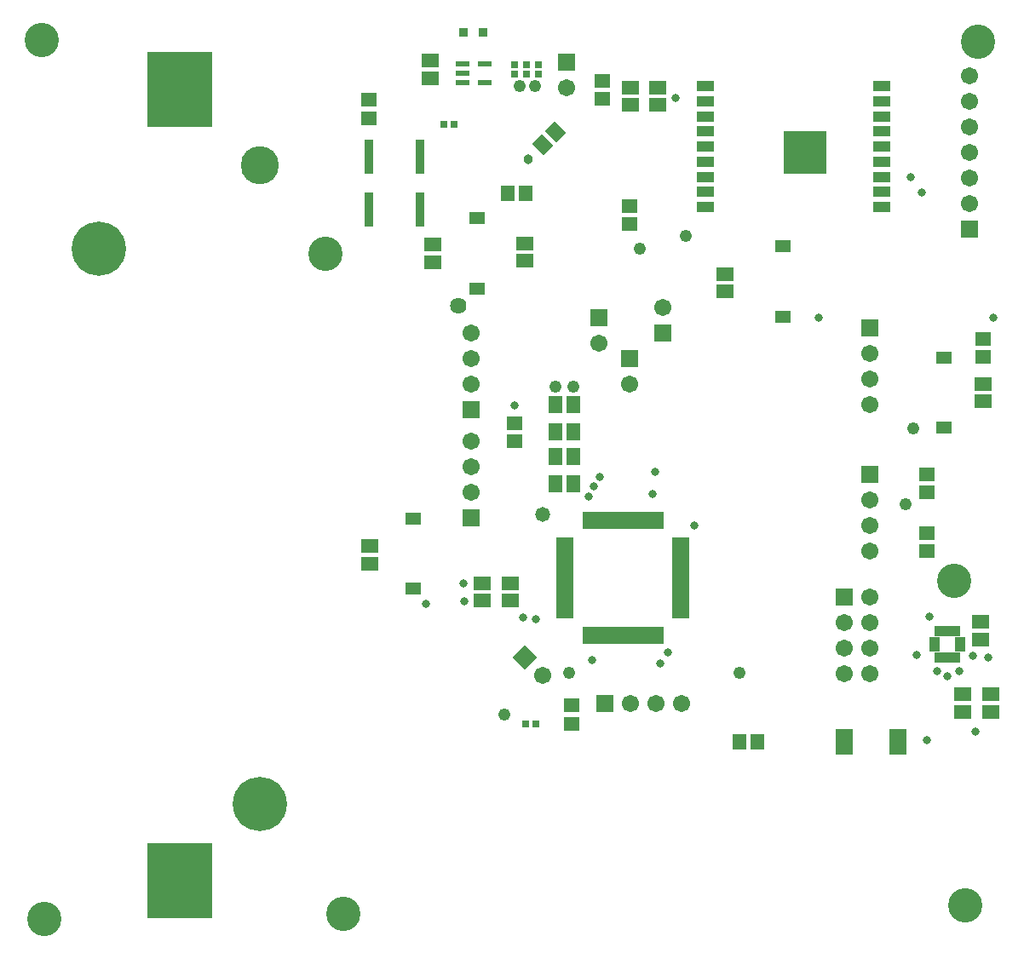
<source format=gts>
G04*
G04 #@! TF.GenerationSoftware,Altium Limited,Altium Designer,19.1.8 (144)*
G04*
G04 Layer_Color=8388736*
%FSLAX25Y25*%
%MOIN*%
G70*
G01*
G75*
%ADD26R,0.03750X0.03500*%
%ADD28R,0.05800X0.02200*%
%ADD31R,0.06900X0.10300*%
%ADD39R,0.03792X0.13280*%
%ADD40R,0.05524X0.06312*%
G04:AMPARAMS|DCode=41|XSize=63.12mil|YSize=55.24mil|CornerRadius=0mil|HoleSize=0mil|Usage=FLASHONLY|Rotation=135.000|XOffset=0mil|YOffset=0mil|HoleType=Round|Shape=Rectangle|*
%AMROTATEDRECTD41*
4,1,4,0.04185,-0.00278,0.00278,-0.04185,-0.04185,0.00278,-0.00278,0.04185,0.04185,-0.00278,0.0*
%
%ADD41ROTATEDRECTD41*%

%ADD42R,0.06587X0.05367*%
%ADD43R,0.06312X0.05524*%
%ADD44R,0.03162X0.02769*%
%ADD45R,0.02769X0.03162*%
%ADD46R,0.25800X0.29698*%
%ADD47R,0.06312X0.04737*%
%ADD48R,0.06706X0.04343*%
%ADD49R,0.16548X0.16548*%
%ADD50R,0.06607X0.01981*%
%ADD51R,0.01981X0.06607*%
%ADD52R,0.01981X0.04442*%
%ADD53R,0.03950X0.01981*%
%ADD54R,0.05367X0.06587*%
%ADD55C,0.06706*%
%ADD56R,0.06706X0.06706*%
%ADD57C,0.14914*%
%ADD58C,0.21174*%
%ADD59C,0.13400*%
%ADD60R,0.06706X0.06706*%
%ADD61P,0.09483X4X360.0*%
%ADD62C,0.03200*%
%ADD63C,0.04800*%
%ADD64C,0.05800*%
%ADD65C,0.03800*%
%ADD66C,0.06400*%
D26*
X179675Y359500D02*
D03*
X187325D02*
D03*
D28*
X187900Y347240D02*
D03*
Y339760D02*
D03*
X179100D02*
D03*
Y343500D02*
D03*
Y347240D02*
D03*
D31*
X349550Y82000D02*
D03*
X328450D02*
D03*
D39*
X162500Y290244D02*
D03*
X142500D02*
D03*
X162500Y310756D02*
D03*
X142500D02*
D03*
D40*
X294543Y82000D02*
D03*
X287457D02*
D03*
X196957Y296500D02*
D03*
X204043D02*
D03*
D41*
X210494Y315494D02*
D03*
X215506Y320505D02*
D03*
D42*
X166500Y348445D02*
D03*
Y341555D02*
D03*
X383000Y221945D02*
D03*
Y215055D02*
D03*
X375000Y93555D02*
D03*
X375000Y100445D02*
D03*
X386000D02*
D03*
X386000Y93555D02*
D03*
X282000Y264945D02*
D03*
Y258055D02*
D03*
X167500Y276445D02*
D03*
Y269555D02*
D03*
X245000Y337945D02*
D03*
Y331055D02*
D03*
X255500Y337945D02*
D03*
Y331055D02*
D03*
X203500Y276945D02*
D03*
Y270055D02*
D03*
X143000Y151555D02*
D03*
Y158445D02*
D03*
X382000Y128890D02*
D03*
Y122000D02*
D03*
X197900Y137110D02*
D03*
Y144000D02*
D03*
X186900D02*
D03*
Y137110D02*
D03*
D43*
X234000Y333457D02*
D03*
Y340543D02*
D03*
X199500Y199457D02*
D03*
Y206543D02*
D03*
X222000Y88957D02*
D03*
Y96043D02*
D03*
X142500Y333043D02*
D03*
Y325957D02*
D03*
X383000Y239543D02*
D03*
Y232457D02*
D03*
X361000Y163543D02*
D03*
Y156457D02*
D03*
X360806Y186543D02*
D03*
Y179457D02*
D03*
X244500Y291543D02*
D03*
Y284457D02*
D03*
D44*
X175969Y323500D02*
D03*
X172031D02*
D03*
X204031Y89000D02*
D03*
X207968D02*
D03*
D45*
X199500Y346969D02*
D03*
Y343032D02*
D03*
X209000Y346969D02*
D03*
Y343032D02*
D03*
X204250Y346969D02*
D03*
Y343032D02*
D03*
D46*
X68500Y337343D02*
D03*
Y27657D02*
D03*
D47*
X367500Y204720D02*
D03*
Y232279D02*
D03*
X160000Y169280D02*
D03*
Y141720D02*
D03*
X185000Y259221D02*
D03*
Y286779D02*
D03*
X304500Y248220D02*
D03*
Y275780D02*
D03*
D48*
X274406Y338417D02*
D03*
Y332512D02*
D03*
Y326606D02*
D03*
Y320701D02*
D03*
Y314795D02*
D03*
Y308890D02*
D03*
Y302984D02*
D03*
Y297079D02*
D03*
Y291173D02*
D03*
X343303D02*
D03*
Y297079D02*
D03*
Y302984D02*
D03*
Y308890D02*
D03*
Y314795D02*
D03*
Y320701D02*
D03*
Y326606D02*
D03*
Y332512D02*
D03*
Y338417D02*
D03*
D49*
X313185Y312394D02*
D03*
D50*
X219409Y160764D02*
D03*
Y158795D02*
D03*
Y156827D02*
D03*
Y154858D02*
D03*
Y152890D02*
D03*
Y150921D02*
D03*
Y148953D02*
D03*
Y146984D02*
D03*
Y145016D02*
D03*
Y143047D02*
D03*
Y141079D02*
D03*
Y139110D02*
D03*
Y137142D02*
D03*
Y135173D02*
D03*
Y133205D02*
D03*
Y131236D02*
D03*
X264591D02*
D03*
Y133205D02*
D03*
Y135173D02*
D03*
Y137142D02*
D03*
Y139110D02*
D03*
Y141079D02*
D03*
Y143047D02*
D03*
Y145016D02*
D03*
Y146984D02*
D03*
Y148953D02*
D03*
Y150921D02*
D03*
Y152890D02*
D03*
Y154858D02*
D03*
Y156827D02*
D03*
Y158795D02*
D03*
Y160764D02*
D03*
D51*
X227236Y123409D02*
D03*
X229205D02*
D03*
X231173D02*
D03*
X233142D02*
D03*
X235110D02*
D03*
X237079D02*
D03*
X239047D02*
D03*
X241016D02*
D03*
X242984D02*
D03*
X244953D02*
D03*
X246921D02*
D03*
X248890D02*
D03*
X250858D02*
D03*
X252827D02*
D03*
X254795D02*
D03*
X256764D02*
D03*
Y168591D02*
D03*
X254795D02*
D03*
X252827D02*
D03*
X250858D02*
D03*
X248890D02*
D03*
X246921D02*
D03*
X244953D02*
D03*
X242984D02*
D03*
X241016D02*
D03*
X239047D02*
D03*
X237079D02*
D03*
X235110D02*
D03*
X233142D02*
D03*
X231173D02*
D03*
X229205D02*
D03*
X227236D02*
D03*
D52*
X372937Y125069D02*
D03*
X370969D02*
D03*
X369000D02*
D03*
X367032D02*
D03*
X365063D02*
D03*
Y114931D02*
D03*
X367032D02*
D03*
X369000D02*
D03*
X370969D02*
D03*
X372937D02*
D03*
D53*
X363980Y121969D02*
D03*
Y120000D02*
D03*
Y118032D02*
D03*
X374020D02*
D03*
Y120000D02*
D03*
Y121969D02*
D03*
D54*
X215555Y183000D02*
D03*
X222445D02*
D03*
X215555Y214000D02*
D03*
X222445D02*
D03*
Y203333D02*
D03*
X215555D02*
D03*
Y193667D02*
D03*
X222445D02*
D03*
D55*
X182500Y199500D02*
D03*
Y189500D02*
D03*
Y179500D02*
D03*
X338500Y108500D02*
D03*
X328500D02*
D03*
X338500Y118500D02*
D03*
X328500D02*
D03*
X338500Y128500D02*
D03*
X328500D02*
D03*
X338500Y138500D02*
D03*
X220000Y338000D02*
D03*
X377500Y342500D02*
D03*
Y332500D02*
D03*
Y322500D02*
D03*
Y312500D02*
D03*
Y292500D02*
D03*
Y302500D02*
D03*
X232500Y238000D02*
D03*
X244500Y222000D02*
D03*
X182500Y242000D02*
D03*
Y232000D02*
D03*
Y222000D02*
D03*
X265000Y97000D02*
D03*
X255000D02*
D03*
X245000D02*
D03*
X257500Y252000D02*
D03*
X338500Y234000D02*
D03*
Y224000D02*
D03*
Y214000D02*
D03*
Y156500D02*
D03*
Y166500D02*
D03*
Y176500D02*
D03*
X210571Y107929D02*
D03*
D56*
X182500Y169500D02*
D03*
X328500Y138500D02*
D03*
X220000Y348000D02*
D03*
X377500Y282500D02*
D03*
X232500Y248000D02*
D03*
X244500Y232000D02*
D03*
X182500Y212000D02*
D03*
X257500Y242000D02*
D03*
X338500Y244000D02*
D03*
Y186500D02*
D03*
D57*
X99996Y307559D02*
D03*
D58*
X37004Y274764D02*
D03*
X99996Y57441D02*
D03*
D59*
X381000Y356000D02*
D03*
X371500Y145000D02*
D03*
X376000Y18000D02*
D03*
X132500Y14500D02*
D03*
X125500Y273000D02*
D03*
X15500Y12500D02*
D03*
X14500Y356500D02*
D03*
D60*
X235000Y97000D02*
D03*
D61*
X203500Y115000D02*
D03*
D62*
X380000Y86000D02*
D03*
X179500Y144000D02*
D03*
X361000Y82500D02*
D03*
X379000Y115500D02*
D03*
X180000Y137000D02*
D03*
X270000Y166500D02*
D03*
X259500Y117000D02*
D03*
X230000Y114000D02*
D03*
X387000Y248000D02*
D03*
X262500Y334000D02*
D03*
X199500Y213500D02*
D03*
X385000Y115000D02*
D03*
X359000Y297000D02*
D03*
X354500Y303000D02*
D03*
X254500Y187500D02*
D03*
X253500Y179000D02*
D03*
X208000Y130000D02*
D03*
X203000Y130500D02*
D03*
X365000Y109500D02*
D03*
X369000Y107500D02*
D03*
X228500Y178000D02*
D03*
X233000Y185500D02*
D03*
X230500Y182000D02*
D03*
X319000Y307500D02*
D03*
Y312500D02*
D03*
Y317500D02*
D03*
X307000Y312500D02*
D03*
Y317500D02*
D03*
Y307500D02*
D03*
X315000D02*
D03*
Y312500D02*
D03*
Y317500D02*
D03*
X311000Y307500D02*
D03*
Y312500D02*
D03*
Y317500D02*
D03*
X362000Y131000D02*
D03*
X357000Y116000D02*
D03*
X256500Y112500D02*
D03*
X373500Y109500D02*
D03*
X165000Y136000D02*
D03*
X318500Y248000D02*
D03*
D63*
X287500Y109000D02*
D03*
X215500Y221000D02*
D03*
X352500Y175000D02*
D03*
X207500Y338500D02*
D03*
X201500D02*
D03*
X221000Y109000D02*
D03*
X222445Y220945D02*
D03*
X195500Y92500D02*
D03*
X355500Y204500D02*
D03*
X266500Y280000D02*
D03*
X248500Y275000D02*
D03*
D64*
X210500Y171000D02*
D03*
D65*
X205000Y310000D02*
D03*
X78000Y16667D02*
D03*
X65333D02*
D03*
X78000Y23833D02*
D03*
X71667D02*
D03*
X65333D02*
D03*
X59000D02*
D03*
Y31500D02*
D03*
X65333D02*
D03*
X71667D02*
D03*
X78000D02*
D03*
X71667Y16667D02*
D03*
X59000D02*
D03*
X78000Y39167D02*
D03*
X71667D02*
D03*
X65333D02*
D03*
X59000Y39167D02*
D03*
D66*
X177500Y252500D02*
D03*
M02*

</source>
